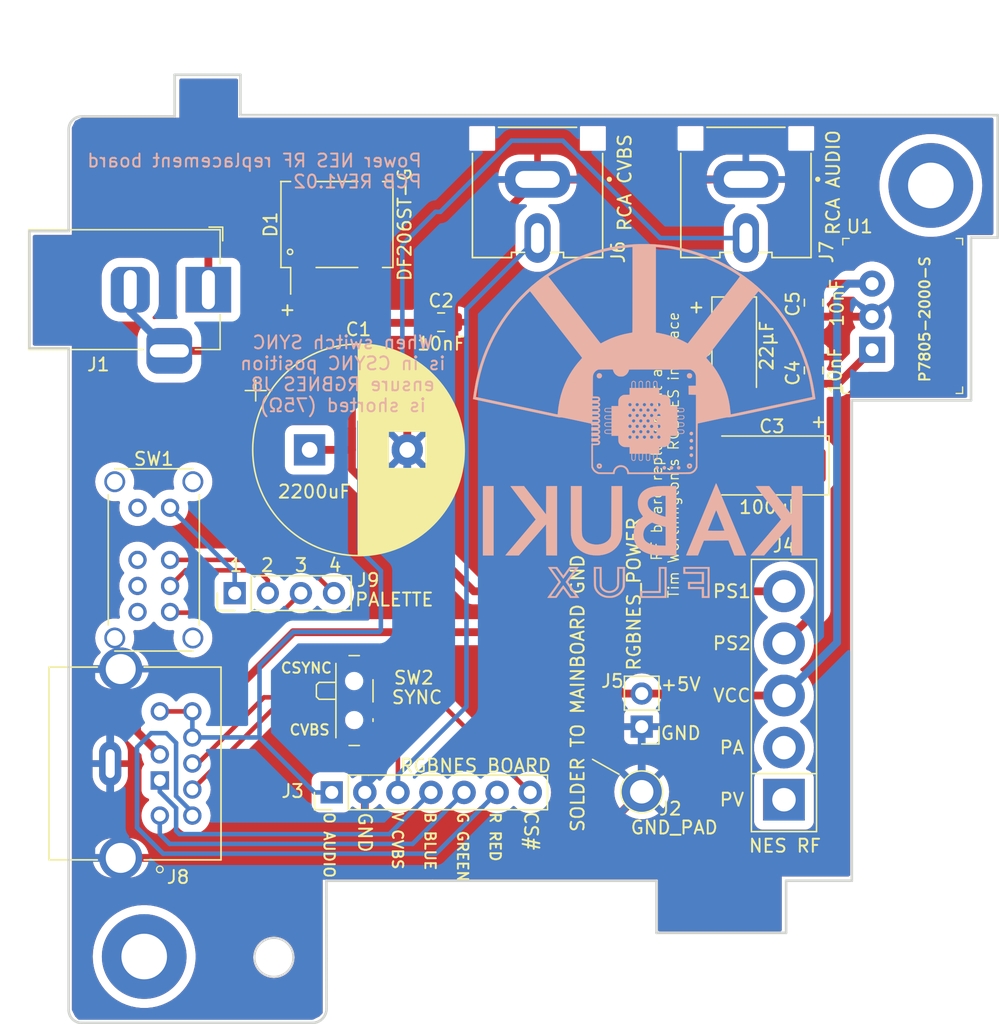
<source format=kicad_pcb>
(kicad_pcb (version 20221018) (generator pcbnew)
  (title_block (title "NES IO Board ") (date "2022-07-09") (rev "1.02") (company "KabukiFlux") (comment 1 "for TW RGBNES pcb") (comment 2 "R"))
  (layers (0 "F.Cu" mixed) (31 "B.Cu" signal) (34 "B.Paste" user) (35 "F.Paste" user) (36 "B.SilkS" user "B.Silkscreen") (37 "F.SilkS" user "F.Silkscreen") (38 "B.Mask" user) (39 "F.Mask" user) (44 "Edge.Cuts" user))
  (net 0 "")
  (net 1 "GND")
  (net 2 "PS1")
  (net 3 "PS2")
  (net 4 "+5V")
  (net 5 "CS#SYNC")
  (net 6 "RED")
  (net 7 "GREEN")
  (net 8 "BLUE")
  (net 9 "CVBS")
  (net 10 "AUDIO_MONO")
  (net 12 "/AC_SLEEVE")
  (net 13 "/AC_PIN")
  (net 15 "SCART_SYNC")
  (net 16 "/PALETTE_1")
  (net 17 "/PALETTE_2")
  (net 18 "/PALETTE_3")
  (net 19 "/PALETTE_4")
  (footprint "Capacitor_THT:CP_Radial_D16.0mm_P7.50mm" (layer "F.Cu") (at 143.5 96)
    (fp_text reference "C1" (at 3.75 -9.25) (layer "F.SilkS"))
    (fp_text value "2200uF" (at 0.363 3.211) (layer "F.SilkS"))
    (pad "1" thru_hole rect locked (at 0 0) (size 2.4 2.4) (drill 1.2) (layers "*.Cu" "*.Mask") (net 2 "PS1"))
    (pad "2" thru_hole circle locked (at 7.5 0) (size 2.4 2.4) (drill 1.2) (layers "*.Cu" "*.Mask") (net 1 "GND"))
  )
  (footprint "Capacitor_SMD:C_0805_2012Metric_Pad1.15x1.40mm_HandSolder" (layer "F.Cu") (at 153.6 86.2)
    (fp_text reference "C2" (at 0 -1.65) (layer "F.SilkS"))
    (fp_text value "10nF" (at 0 1.65) (layer "F.SilkS"))
    (pad "1" smd roundrect (at -1.025 0) (size 1.15 1.4) (layers "F.Cu" "F.Paste" "F.Mask") (roundrect_rratio 0.2173913043) (net 2 "PS1"))
    (pad "2" smd roundrect (at 1.025 0) (size 1.15 1.4) (layers "F.Cu" "F.Paste" "F.Mask") (roundrect_rratio 0.2173913043) (net 1 "GND"))
  )
  (footprint "Capacitor_Tantalum_SMD:CP_EIA-7343-43_Kemet-X_Pad2.25x2.55mm_HandSolder" (layer "F.Cu") (at 178.8 97.2 180)
    (fp_text reference "C3" (at -0.2 3) (layer "F.SilkS"))
    (fp_text value "100uF" (at 0 -3.2) (layer "F.SilkS"))
    (pad "1" smd roundrect (at -3.2 0 180) (size 2.25 2.55) (layers "F.Cu" "F.Paste" "F.Mask") (roundrect_rratio 0.1111111111) (net 3 "PS2"))
    (pad "2" smd roundrect (at 3.2 0 180) (size 2.25 2.55) (layers "F.Cu" "F.Paste" "F.Mask") (roundrect_rratio 0.1111111111) (net 1 "GND"))
  )
  (footprint "Capacitor_SMD:C_0805_2012Metric_Pad1.15x1.40mm_HandSolder" (layer "F.Cu") (at 182.2 89.9 90)
    (fp_text reference "C4" (at -0.2 -1.6 90) (layer "F.SilkS"))
    (fp_text value "10nF" (at 0 1.65 90) (layer "F.SilkS"))
    (pad "1" smd roundrect (at -1.025 0 90) (size 1.15 1.4) (layers "F.Cu" "F.Paste" "F.Mask") (roundrect_rratio 0.2173913043) (net 3 "PS2"))
    (pad "2" smd roundrect (at 1.025 0 90) (size 1.15 1.4) (layers "F.Cu" "F.Paste" "F.Mask") (roundrect_rratio 0.2173913043) (net 1 "GND"))
  )
  (footprint "Capacitor_SMD:C_0805_2012Metric_Pad1.15x1.40mm_HandSolder" (layer "F.Cu") (at 182.2 84.7 -90)
    (fp_text reference "C5" (at 0.1 1.6 90) (layer "F.SilkS"))
    (fp_text value "10nF" (at 0 -1.8 90) (layer "F.SilkS"))
    (pad "1" smd roundrect (at -1.025 0 270) (size 1.15 1.4) (layers "F.Cu" "F.Paste" "F.Mask") (roundrect_rratio 0.2173913043) (net 4 "+5V"))
    (pad "2" smd roundrect (at 1.025 0 270) (size 1.15 1.4) (layers "F.Cu" "F.Paste" "F.Mask") (roundrect_rratio 0.2173913043) (net 1 "GND"))
  )
  (footprint "Capacitor_Tantalum_SMD:CP_EIA-6032-28_Kemet-C_Pad2.25x2.35mm_HandSolder" (layer "F.Cu") (at 176.1 88.2 -90)
    (fp_text reference "C6" (at -0.2 2.3 90) (layer "F.SilkS"))
    (fp_text value "22μF" (at -0.2 -2.5 90) (layer "F.SilkS"))
    (pad "1" smd roundrect (at -2.55 0 270) (size 2.25 2.35) (layers "F.Cu" "F.Paste" "F.Mask") (roundrect_rratio 0.1111111111) (net 4 "+5V"))
    (pad "2" smd roundrect (at 2.55 0 270) (size 2.25 2.35) (layers "F.Cu" "F.Paste" "F.Mask") (roundrect_rratio 0.1111111111) (net 1 "GND"))
  )
  (footprint "Diode_SMD:Diode_Bridge_Vishay_DFS" (layer "F.Cu") (at 145.6 78.7 90)
    (fp_text reference "D1" (at 0 -5.1 90) (layer "F.SilkS"))
    (fp_text value "DF206ST-G" (at 0 5.2 90) (layer "F.SilkS"))
    (pad "1" smd rect (at -4.37 -2.55 90) (size 2 1.5) (layers "F.Cu" "F.Paste" "F.Mask") (net 2 "PS1"))
    (pad "2" smd rect (at -4.37 2.55 90) (size 2 1.5) (layers "F.Cu" "F.Paste" "F.Mask") (net 1 "GND"))
    (pad "3" smd rect (at 4.37 2.55 90) (size 2 1.5) (layers "F.Cu" "F.Paste" "F.Mask") (net 12 "/AC_SLEEVE"))
    (pad "4" smd rect (at 4.37 -2.55 90) (size 2 1.5) (layers "F.Cu" "F.Paste" "F.Mask") (net 13 "/AC_PIN"))
  )
  (footprint "Nes_xieles_footprints:BarrelJack_NES" (layer "F.Cu") (at 135.728 83.7)
    (fp_text reference "J1" (at -8.45 5.75) (layer "F.SilkS"))
    (fp_text value "PJ-102BH")
    (pad "1" thru_hole rect locked (at 0 0) (size 3.5 3.5) (drill oval 1 3) (layers "*.Cu" "*.Mask") (net 13 "/AC_PIN"))
    (pad "2" thru_hole roundrect locked (at -6 0) (size 3 3.5) (drill oval 1 3) (layers "*.Cu" "*.Mask") (net 12 "/AC_SLEEVE"))
    (pad "3" thru_hole roundrect locked (at -3 4.7) (size 3.5 3.5) (drill oval 3 1) (layers "*.Cu" "*.Mask") (net 12 "/AC_SLEEVE"))
  )
  (footprint "Connector_Pin:Pin_D1.3mm_L11.0mm" (layer "F.Cu") (at 169 122.25)
    (fp_text reference "J2" (at 2.2 1.3) (layer "F.SilkS"))
    (fp_text value "GND_PAD" (at 2.5 2.75) (layer "F.SilkS"))
    (pad "1" thru_hole circle (at 0 0) (size 3.2 3.2) (drill 1.8) (layers "*.Cu" "*.Mask") (net 1 "GND"))
  )
  (footprint "Nes_xieles_footprints:CONN_NESRGB_TW" (layer "F.Cu") (at 145.2 122.3 90)
    (fp_text reference "J3" (at 0.1 -3) (layer "F.SilkS"))
    (fp_text value "Conn_NESRGB_TW")
    (pad "1" thru_hole rect (at 0 0 90) (size 1.7 1.7) (drill 1) (layers "*.Cu" "*.Mask") (net 10 "AUDIO_MONO"))
    (pad "2" thru_hole oval (at 0 2.54 90) (size 1.8 1.8) (drill 1) (layers "*.Cu" "*.Mask") (net 1 "GND"))
    (pad "3" thru_hole oval (at 0 5.08 90) (size 1.8 1.8) (drill 1) (layers "*.Cu" "*.Mask") (net 9 "CVBS"))
    (pad "4" thru_hole oval (at 0 7.62 90) (size 1.8 1.8) (drill 1) (layers "*.Cu" "*.Mask") (net 8 "BLUE"))
    (pad "5" thru_hole oval (at 0 10.16 90) (size 1.8 1.8) (drill 1) (layers "*.Cu" "*.Mask") (net 7 "GREEN"))
    (pad "6" thru_hole oval (at 0 12.7 90) (size 1.8 1.8) (drill 1) (layers "*.Cu" "*.Mask") (net 6 "RED"))
    (pad "7" thru_hole oval (at 0 15.24 90) (size 1.8 1.8) (drill 1) (layers "*.Cu" "*.Mask") (net 5 "CS#SYNC"))
  )
  (footprint "Nes_xieles_footprints:RF_CONN_NES" (layer "F.Cu") (at 179.924 114.861)
    (fp_text reference "J4" (at 0 -11.5) (layer "F.SilkS"))
    (fp_text value "Conn_NES_RF")
    (fp_text user "PS2" (at -4 -4) (layer "F.SilkS"))
    (fp_text user "PV" (at -4 8) (layer "F.SilkS"))
    (fp_text user "PA" (at -4 4) (layer "F.SilkS"))
    (fp_text user "VCC" (at -4 0) (layer "F.SilkS"))
    (fp_text user "PS1" (at -4 -8) (layer "F.SilkS"))
    (pad "1" thru_hole rect locked (at 0 8 90) (size 3.2 3.2) (drill 1.8) (layers "*.Cu" "*.Mask"))
    (pad "2" thru_hole circle locked (at 0 4 90) (size 3.2 3.2) (drill 1.8) (layers "*.Cu" "*.Mask"))
    (pad "3" thru_hole circle locked (at 0 0 90) (size 3.2 3.2) (drill 1.8) (layers "*.Cu" "*.Mask") (net 4 "+5V"))
    (pad "4" thru_hole circle locked (at 0 -4 90) (size 3.2 3.2) (drill 1.8) (layers "*.Cu" "*.Mask") (net 3 "PS2"))
    (pad "5" thru_hole circle locked (at 0 -8 90) (size 3.2 3.2) (drill 1.8) (layers "*.Cu" "*.Mask") (net 2 "PS1"))
  )
  (footprint "Connector_PinHeader_2.54mm:PinHeader_1x02_P2.54mm_Vertical" (layer "F.Cu") (at 169 117.25 180)
    (fp_text reference "J5" (at 2.25 3.5) (layer "F.SilkS"))
    (fp_text value "RGBNES_POWER" (at 0.598 10.189 90) (layer "F.SilkS"))
    (pad "1" thru_hole rect (at 0 0 180) (size 1.7 1.7) (drill 1) (layers "*.Cu" "*.Mask") (net 1 "GND"))
    (pad "2" thru_hole oval (at 0 2.54 180) (size 1.7 1.7) (drill 1) (layers "*.Cu" "*.Mask") (net 4 "+5V"))
  )
  (footprint "Nes_xieles_footprints:CUI_RCJ-043" (layer "F.Cu") (at 161.001 71.237 90)
    (fp_text reference "J6" (at -9.578 6.188 90) (layer "F.SilkS"))
    (fp_text value "RCA CVBS" (at -4.244 6.696 90) (layer "F.SilkS"))
    (fp_line (start -1.7 -5.15) (end -1.7 -3.35) (stroke (width 0.0001)) (layer "Edge.Cuts"))
    (fp_line (start -1.7 -3.35) (end 0 -3.35) (stroke (width 0.0001)) (layer "Edge.Cuts"))
    (fp_line (start -1.7 3.35) (end -1.7 5.15) (stroke (width 0.0001)) (layer "Edge.Cuts"))
    (fp_line (start -1.7 5.15) (end 0 5.15) (stroke (width 0.0001)) (layer "Edge.Cuts"))
    (fp_line (start 0 -5.15) (end -1.7 -5.15) (stroke (width 0.0001)) (layer "Edge.Cuts"))
    (fp_line (start 0 -3.35) (end 0 -5.15) (stroke (width 0.0001)) (layer "Edge.Cuts"))
    (fp_line (start 0 3.35) (end -1.7 3.35) (stroke (width 0.0001)) (layer "Edge.Cuts"))
    (fp_line (start 0 5.15) (end 0 3.35) (stroke (width 0.0001)) (layer "Edge.Cuts"))
    (pad "1" thru_hole roundrect locked (at -8.5 0 270) (size 3.8 2) (drill oval 2.3 1) (layers "*.Cu" "*.Mask") (roundrect_rratio 0.5) (net 9 "CVBS"))
    (pad "2" thru_hole roundrect locked (at -4 0 180) (size 5 2.8) (drill oval 3.4 1.3) (layers "*.Cu" "*.Mask") (roundrect_rratio 0.417) (net 1 "GND"))
  )
  (footprint "Nes_xieles_footprints:CUI_RCJ-043" (layer "F.Cu") (at 177.003 71.237 90)
    (fp_text reference "J7" (at -9.578 6.188 90) (layer "F.SilkS"))
    (fp_text value "RCA AUDIO" (at -4.244 6.696 90) (layer "F.SilkS"))
    (fp_line (start -1.7 -5.15) (end -1.7 -3.35) (stroke (width 0.0001)) (layer "Edge.Cuts"))
    (fp_line (start -1.7 -3.35) (end 0 -3.35) (stroke (width 0.0001)) (layer "Edge.Cuts"))
    (fp_line (start -1.7 3.35) (end -1.7 5.15) (stroke (width 0.0001)) (layer "Edge.Cuts"))
    (fp_line (start -1.7 5.15) (end 0 5.15) (stroke (width 0.0001)) (layer "Edge.Cuts"))
    (fp_line (start 0 -5.15) (end -1.7 -5.15) (stroke (width 0.0001)) (layer "Edge.Cuts"))
    (fp_line (start 0 -3.35) (end 0 -5.15) (stroke (width 0.0001)) (layer "Edge.Cuts"))
    (fp_line (start 0 3.35) (end -1.7 3.35) (stroke (width 0.0001)) (layer "Edge.Cuts"))
    (fp_line (start 0 5.15) (end 0 3.35) (stroke (width 0.0001)) (layer "Edge.Cuts"))
    (pad "1" thru_hole roundrect locked (at -8.5 0 270) (size 3.8 2) (drill oval 2.3 1) (layers "*.Cu" "*.Mask") (roundrect_rratio 0.5) (net 10 "AUDIO_MONO"))
    (pad "2" thru_hole roundrect locked (at -4 0 180) (size 5 2.8) (drill oval 3.4 1.3) (layers "*.Cu" "*.Mask") (roundrect_rratio 0.417) (net 1 "GND"))
  )
  (footprint "Nes_xieles_footprints:CUI_MD-90SM" (layer "F.Cu") (at 128.197 120.079 90)
    (fp_text reference "J8" (at -8.721 5.203 180) (layer "F.SilkS") (effects (font (size 1.000677 1.000677))))
    (fp_text value "MD-90SM")
    (pad "1" thru_hole rect locked (at -1.3 3.8 90) (size 1.408 1.408) (drill 0.9) (layers "*.Cu" "*.Mask") (net 8 "BLUE"))
    (pad "2" thru_hole circle locked (at 0.7 3.8 90) (size 1.408 1.408) (drill 0.9) (layers "*.Cu" "*.Mask") (net 4 "+5V"))
    (pad "3" thru_hole circle locked (at -4 3.8 90) (size 1.408 1.408) (drill 0.9) (layers "*.Cu" "*.Mask") (net 7 "GREEN"))
    (pad "4" thru_hole circle locked (at -2 6.3 90) (size 1.408 1.408) (drill 0.9) (layers "*.Cu" "*.Mask") (net 15 "SCART_SYNC"))
    (pad "5" thru_hole circle locked (at 0 6.3 90) (size 1.408 1.408) (drill 0.9) (layers "*.Cu" "*.Mask") (net 5 "CS#SYNC"))
    (pad "6" thru_hole circle locked (at 4 3.8 90) (size 1.408 1.408) (drill 0.9) (layers "*.Cu" "*.Mask") (net 10 "AUDIO_MONO"))
    (pad "7" thru_hole circle locked (at -4 6.3 90) (size 1.408 1.408) (drill 0.9) (layers "*.Cu" "*.Mask") (net 6 "RED"))
    (pad "8" thru_hole circle locked (at 2 6.3 90) (size 1.408 1.408) (drill 0.9) (layers "*.Cu" "*.Mask") (net 10 "AUDIO_MONO"))
    (pad "9" thru_hole circle locked (at 4 6.3 90) (size 1.408 1.408) (drill 0.9) (layers "*.Cu" "*.Mask") (net 10 "AUDIO_MONO"))
    (pad "S1" thru_hole oval locked (at -0.01 -0.01 90) (size 3.4 1.7) (drill oval 2.2 0.7) (layers "*.Cu" "*.Mask") (net 1 "GND"))
    (pad "S2" thru_hole circle locked (at -7.25 0.8 90) (size 3.316 3.316) (drill 2.3) (layers "*.Cu" "*.Mask") (net 1 "GND"))
    (pad "S3" thru_hole circle locked (at 7.25 0.8 90) (size 3.316 3.316) (drill 2.3) (layers "*.Cu" "*.Mask") (net 1 "GND"))
  )
  (footprint "Connector_PinHeader_2.54mm:PinHeader_1x04_P2.54mm_Vertical" (layer "F.Cu") (at 137.75 107 90)
    (fp_text reference "J9" (at 1 10.25 180) (layer "F.SilkS"))
    (fp_text value "Conn_Palette")
    (pad "1" thru_hole rect (at 0 0 90) (size 1.7 1.7) (drill 1) (layers "*.Cu" "*.Mask") (net 16 "/PALETTE_1"))
    (pad "2" thru_hole oval (at 0 2.54 90) (size 1.7 1.7) (drill 1) (layers "*.Cu" "*.Mask") (net 17 "/PALETTE_2"))
    (pad "3" thru_hole oval (at 0 5.08 90) (size 1.7 1.7) (drill 1) (layers "*.Cu" "*.Mask") (net 18 "/PALETTE_3"))
    (pad "4" thru_hole oval (at 0 7.62 90) (size 1.7 1.7) (drill 1) (layers "*.Cu" "*.Mask") (net 19 "/PALETTE_4"))
  )
  (footprint "Nes_xieles_footprints:EG2319" (layer "F.Cu") (at 131.537 104.447)
    (fp_text reference "SW1" (at 0 -7.75) (layer "F.SilkS"))
    (fp_text value "EG2319")
    (pad "" np_thru_hole circle locked (at -3 -6 270) (size 1.6 1.6) (drill 1.2) (layers "*.Cu" "*.Mask"))
    (pad "" np_thru_hole oval locked (at -3 6 90) (size 1.6 1.6) (drill 1.2) (layers "*.Cu" "*.Mask"))
    (pad "" np_thru_hole oval locked (at 3 -6 270) (size 1.6 1.6) (drill 1.2) (layers "*.Cu" "*.Mask"))
    (pad "" np_thru_hole oval locked (at 3 6 90) (size 1.6 1.6) (drill 1.2) (layers "*.Cu" "*.Mask"))
    (pad "1" thru_hole circle locked (at -1.25 -4 270) (size 1.4 1.4) (drill 0.9) (layers "*.Cu" "*.Mask"))
    (pad "2" thru_hole circle locked (at -1.25 0 270) (size 1.4 1.4) (drill 0.9) (layers "*.Cu" "*.Mask"))
    (pad "3" thru_hole circle locked (at -1.25 2 270) (size 1.4 1.4) (drill 0.9) (layers "*.Cu" "*.Mask"))
    (pad "4" thru_hole circle locked (at -1.25 4 270) (size 1.4 1.4) (drill 0.9) (layers "*.Cu" "*.Mask"))
    (pad "5" thru_hole circle locked (at 1.25 -4 270) (size 1.4 1.4) (drill 0.9) (layers "*.Cu" "*.Mask") (net 16 "/PALETTE_1"))
    (pad "6" thru_hole circle locked (at 1.25 0 270) (size 1.4 1.4) (drill 0.9) (layers "*.Cu" "*.Mask") (net 19 "/PALETTE_4"))
    (pad "7" thru_hole circle locked (at 1.25 2 270) (size 1.4 1.4) (drill 0.9) (layers "*.Cu" "*.Mask") (net 17 "/PALETTE_2"))
    (pad "8" thru_hole circle locked (at 1.25 4 270) (size 1.4 1.4) (drill 0.9) (layers "*.Cu" "*.Mask") (net 18 "/PALETTE_3"))
  )
  (footprint "Nes_xieles_footprints:3-SIP_Module_V7805-2000" (layer "F.Cu") (at 186.69 88.318 90)
    (fp_text reference "U1" (at 9.468 -0.95) (layer "F.SilkS"))
    (fp_text value "P7805-2000-S" (at 2.35 4.05 90) (layer "F.SilkS") (effects (font (size 0.8 0.8))))
    (pad "1" thru_hole rect (at 0 0 90) (size 2 2) (drill 1) (layers "*.Cu" "*.Mask") (net 3 "PS2"))
    (pad "2" thru_hole circle (at 2.54 0 90) (size 2 2) (drill 1) (layers "*.Cu" "*.Mask") (net 1 "GND"))
    (pad "3" thru_hole circle (at 5.08 0 90) (size 2 2) (drill 1) (layers "*.Cu" "*.Mask") (net 4 "+5V"))
  )
  (footprint "MountingHole:MountingHole_3.5mm_Pad" (layer "F.Cu") (at 130.8 134.9)
    (fp_text reference "MH1" hide)
    (fp_text value "MountingHole_3.5mm_Pad" hide)
    (pad "1" thru_hole circle (at 0 0) (size 6.5 6.5) (drill 3.5) (layers "*.Cu" "*.Mask"))
  )
  (footprint "MountingHole:MountingHole_3.5mm_Pad" (layer "F.Cu") (at 191.2 75.7)
    (fp_text reference "MH2" hide)
    (fp_text value "MountingHole_3.5mm_Pad" hide)
    (pad "1" thru_hole circle (at 0 0) (size 6.5 6.5) (drill 3.5) (layers "*.Cu" "*.Mask"))
  )
  (footprint "Button_Switch_SMD:SW_SPDT_PCM12" (layer "F.Cu") (at 147.25 115.25 -90)
    (fp_text reference "SW2" (at -1.75 -4.25 180) (layer "F.SilkS"))
    (fp_text value "SYNC" (at -0.25 -4.5 180) (layer "F.SilkS"))
    (pad "" smd rect (at -3.65 -0.78 270) (size 1 0.8) (layers "F.Cu" "F.Paste" "F.Mask"))
    (pad "" smd rect (at -3.65 1.43 270) (size 1 0.8) (layers "F.Cu" "F.Paste" "F.Mask"))
    (pad "" np_thru_hole circle (at -1.5 0.33 270) (size 0.9 0.9) (drill 0.9) (layers "*.Cu" "*.Mask"))
    (pad "" np_thru_hole circle (at 1.5 0.33 270) (size 0.9 0.9) (drill 0.9) (layers "*.Cu" "*.Mask"))
    (pad "" smd rect (at 3.65 -0.78 270) (size 1 0.8) (layers "F.Cu" "F.Paste" "F.Mask"))
    (pad "" smd rect (at 3.65 1.43 270) (size 1 0.8) (layers "F.Cu" "F.Paste" "F.Mask"))
    (pad "1" smd rect (at -2.25 -1.43 270) (size 0.7 1.5) (layers "F.Cu" "F.Paste" "F.Mask") (net 5 "CS#SYNC"))
    (pad "2" smd rect (at 0.75 -1.43 270) (size 0.7 1.5) (layers "F.Cu" "F.Paste" "F.Mask") (net 15 "SCART_SYNC"))
    (pad "3" smd rect (at 2.25 -1.43 270) (size 0.7 1.5) (layers "F.Cu" "F.Paste" "F.Mask") (net 9 "CVBS"))
  )
  (footprint "Nes_xieles_footprints:LogoKabuki" (layer "B.Cu") (at 168.91 93.98 180)
    (fp_text reference "G***" hide)
    (fp_text value "LOGO" hide)
  )
  (gr_line (start 165.227 119.761) (end 167.259 120.904) (stroke (width 0.12)) (layer "F.SilkS"))
  (gr_circle (center 142 80.8) (end 142.2 80.8) (stroke (width 0.12)) (fill none) (layer "F.SilkS"))
  (gr_line (start 170.1372 133.0816) (end 180.0872 133.0816) (stroke (width 0.2)) (layer "Edge.Cuts"))
  (gr_line (start 170.1372 133.0816) (end 170.1372 129.0816) (stroke (width 0.2)) (layer "Edge.Cuts"))
  (gr_line (start 185.1372 92.2016) (end 194.2872 92.2016) (stroke (width 0.2)) (layer "Edge.Cuts"))
  (gr_line (start 121.9872 88.2016) (end 121.9872 79.2016) (stroke (width 0.2)) (layer "Edge.Cuts"))
  (gr_line (start 194.2872 79.7016) (end 196.3372 79.7016) (stroke (width 0.2)) (layer "Edge.Cuts"))
  (gr_line (start 133.1372 67.2016) (end 138.1872 67.2016) (stroke (width 0.2)) (layer "Edge.Cuts"))
  (gr_line (start 180.0872 133.0816) (end 180.0872 129.0816) (stroke (width 0.2)) (layer "Edge.Cuts"))
  (gr_line (start 138.1872 70.3016) (end 196.3372 70.3016) (stroke (width 0.2)) (layer "Edge.Cuts"))
  (gr_line (start 185.1372 129.0816) (end 185.1372 92.2016) (stroke (width 0.2)) (layer "Edge.Cuts"))
  (gr_line (start 180.0872 129.0816) (end 185.1372 129.0816) (stroke (width 0.2)) (layer "Edge.Cuts"))
  (gr_line (start 144.7872 129.0816) (end 152.94345 129.0816) (stroke (width 0.2)) (layer "Edge.Cuts"))
  (gr_line (start 138.1872 70.3016) (end 138.1872 67.2016) (stroke (width 0.2)) (layer "Edge.Cuts"))
  (gr_circle (center 140.7572 134.9651) (end 142.245053 134.9651) (stroke (width 0.15)) (fill none) (layer "Edge.Cuts"))
  (gr_line (start 133.1372 70.4016) (end 133.1372 67.2016) (stroke (width 0.2)) (layer "Edge.Cuts"))
  (gr_line (start 121.9872 88.2016) (end 125 88.2) (stroke (width 0.2)) (layer "Edge.Cuts"))
  (gr_line (start 194.2872 92.2016) (end 194.2872 79.7016) (stroke (width 0.2)) (layer "Edge.Cuts"))
  (gr_line (start 196.3372 79.7016) (end 196.3372 70.3016) (stroke (width 0.2)) (layer "Edge.Cuts"))
  (gr_line (start 121.9872 79.2016) (end 125 79.2) (stroke (width 0.2)) (layer "Edge.Cuts"))
  (gr_line (start 152.94345 129.0816) (end 170.1372 129.0816) (stroke (width 0.2)) (layer "Edge.Cuts"))
  (gr_line (start 126 140) (end 143.7 140) (stroke (width 0.2)) (layer "Edge.Cuts"))
  (gr_line (start 126 70.4) (end 133.1372 70.4016) (stroke (width 0.2)) (layer "Edge.Cuts"))
  (gr_arc (start 125 71.4) (mid 125.292893 70.692893) (end 126 70.4) (stroke (width 0.2)) (layer "Edge.Cuts"))
  (gr_line (start 125 139) (end 125 88.2) (stroke (width 0.2)) (layer "Edge.Cuts"))
  (gr_arc (start 144.8 138.9) (mid 144.477817 139.677817) (end 143.7 140) (stroke (width 0.2)) (layer "Edge.Cuts"))
  (gr_line (start 144.8 138.9) (end 144.7872 129.0816) (stroke (width 0.2)) (layer "Edge.Cuts"))
  (gr_line (start 125 71.4) (end 125 79.2) (stroke (width 0.2)) (layer "Edge.Cuts"))
  (gr_arc (start 126 140) (mid 125.292893 139.707107) (end 125 139) (stroke (width 0.2)) (layer "Edge.Cuts"))
  (gr_text "Power NES RF replacement board\nPCB REV1.02" (at 152.2 74.6) (layer "B.SilkS") (effects (font (size 1 1)) (justify left mirror)))
  (gr_text "When switch SYNC\nis in CSYNC position\nensure RGBNES J8\nis shorted (75Ω)" (at 146.05 90.17) (layer "B.SilkS") (effects (font (size 1 1)) (justify mirror)))
  (gr_text "CVBS" (at 143.5 117.5) (layer "F.SilkS") (effects (font (size 0.8 0.8))))
  (gr_text "G GREEN" (at 155.25 123.75 270) (layer "F.SilkS") (effects (font (size 0.8 0.8)) (justify left)))
  (gr_text "B BLUE" (at 152.75 123.75 270) (layer "F.SilkS") (effects (font (size 0.8 0.8)) (justify left)))
  (gr_text "GND" (at 172 117.75) (layer "F.SilkS") (effects (font (size 1 1))))
  (gr_text "2" (at 140.25 104.85) (layer "F.SilkS") (effects (font (size 1 1))))
  (gr_text "CSYNC" (at 143.25 112.75) (layer "F.SilkS") (effects (font (size 0.8 0.8))))
  (gr_text "RF board replacement and\nTim Worthington's RGBNES interface" (at 170.8 96.4 90) (layer "F.SilkS") (effects (font (size 0.8 0.8) (thickness 0.1))))
  (gr_text "+" (at 173.2 85) (layer "F.SilkS") (effects (font (size 1 1))))
  (gr_text "+" (at 182.6 93.8) (layer "F.SilkS") (effects (font (size 1 1))))
  (gr_text "NES RF" (at 180 126.4) (layer "F.SilkS") (effects (font (size 1 1))))
  (gr_text "V CVBS" (at 150.25 123.75 270) (layer "F.SilkS") (effects (font (size 0.8 0.8)) (justify left)))
  (gr_text "CS#" (at 160.5 125.25 270) (layer "F.SilkS") (effects (font (size 1 1))))
  (gr_text "R RED" (at 157.75 123.75 270) (layer "F.SilkS") (effects (font (size 0.8 0.8)) (justify left)))
  (gr_text "RGBNES BOARD" (at 156.25 120.25) (layer "F.SilkS") (effects (font (size 1 1))))
  (gr_text "+" (at 141.8 85.2) (layer "F.SilkS") (effects (font (size 1 1))))
  (gr_text "+5V" (at 172 114) (layer "F.SilkS") (effects (font (size 1 1))))
  (gr_text "4" (at 145.45 104.85) (layer "F.SilkS") (effects (font (size 1 1))))
  (gr_text "3" (at 142.85 104.85) (layer "F.SilkS") (effects (font (size 1 1))))
  (gr_text "O AUDIO" (at 145 123.75 270) (layer "F.SilkS") (effects (font (size 0.8 0.8)) (justify left)))
  (gr_text "1" (at 137.85 104.85) (layer "F.SilkS") (effects (font (size 1 1))))
  (gr_text "SOLDER TO MAINBOARD GND" (at 164.084 114.681 90) (layer "F.SilkS") (effects (font (size 1 1))))
  (gr_text "GND" (at 147.75 123.75 270) (layer "F.SilkS") (effects (font (size 1 1)) (justify left)))
  (gr_text "PALETTE" (at 150 107.5) (layer "F.SilkS") (effects (font (size 1 1))))
  (segment (start 148.75 127.25) (end 147.74 126.24) (width 0.6) (layer "F.Cu") (net 1))
  (segment (start 149.5003 83.07) (end 148.15 83.07) (width 0.6) (layer "F.Cu") (net 1))
  (segment (start 169 122.25) (end 164 127.25) (width 0.6) (layer "F.Cu") (net 1))
  (segment (start 176.1 90.75) (end 175 90.75) (width 0.6) (layer "F.Cu") (net 1))
  (segment (start 154.5815 86.1565) (end 154.5815 81.6565) (width 0.6) (layer "F.Cu") (net 1))
  (segment (start 147.74 126.24) (end 147.74 123.7503) (width 0.6) (layer "F.Cu") (net 1))
  (segment (start 164 127.25) (end 148.75 127.25) (width 0.6) (layer "F.Cu") (net 1))
  (segment (start 161.014 75.25) (end 174.25 75.25) (width 0.6) (layer "F.Cu") (net 1))
  (segment (start 182.2 85.778) (end 186.69 85.778) (width 0.6) (layer "F.Cu") (net 1))
  (segment (start 152.82 83.07) (end 149.5003 83.07) (width 0.6) (layer "F.Cu") (net 1))
  (segment (start 180.625 88.875) (end 182.2 88.875) (width 0.6) (layer "F.Cu") (net 1))
  (segment (start 154.625 86.2) (end 154.5815 86.1565) (width 0.6) (layer "F.Cu") (net 1))
  (segment (start 161.001 75.237) (end 161.014 75.25) (width 0.6) (layer "F.Cu") (net 1))
  (segment (start 175 90.75) (end 173.5 89.25) (width 0.6) (layer "F.Cu") (net 1))
  (segment (start 176.1 90.75) (end 178.75 90.75) (width 0.6) (layer "F.Cu") (net 1))
  (segment (start 176.1 96.7) (end 176.1 90.75) (width 0.6) (layer "F.Cu") (net 1))
  (segment (start 154.625 87.875) (end 154.625 86.2) (width 0.6) (layer "F.Cu") (net 1))
  (segment (start 147.74 126.24) (end 146.651 127.329) (width 0.6) (layer "F.Cu") (net 1))
  (segment (start 182.2 85.778) (end 182.2 85.725) (width 0.6) (layer "F.Cu") (net 1))
  (segment (start 146.651 127.329) (end 128.997 127.329) (width 0.6) (layer "F.Cu") (net 1))
  (segment (start 182.2 88.875) (end 182.2 85.778) (width 0.6) (layer "F.Cu") (net 1))
  (segment (start 178.75 90.75) (end 180.625 88.875) (width 0.6) (layer "F.Cu") (net 1))
  (segment (start 151 91.5) (end 154.625 87.875) (width 0.6) (layer "F.Cu") (net 1))
  (segment (start 154.5815 84.8315) (end 152.82 83.07) (width 0.6) (layer "F.Cu") (net 1))
  (segment (start 154.5815 81.6565) (end 161.001 75.237) (width 0.6) (layer "F.Cu") (net 1))
  (segment (start 173.5 89.25) (end 173.5 75.237) (width 0.6) (layer "F.Cu") (net 1))
  (segment (start 154.5815 86.1565) (end 154.5815 84.8315) (width 0.6) (layer "F.Cu") (net 1))
  (segment (start 151 96) (end 151 91.5) (width 0.6) (layer "F.Cu") (net 1))
  (segment (start 147.74 122.3) (end 147.74 123.7503) (width 0.6) (layer "F.Cu") (net 1))
  (segment (start 173.5 75.237) (end 177.003 75.237) (width 0.6) (layer "F.Cu") (net 1))
  (segment (start 175.6 97.2) (end 176.1 96.7) (width 0.6) (layer "F.Cu") (net 1))
  (segment (start 128.997 127.329) (end 126.7387 127.329) (width 0.6) (layer "B.Cu") (net 1))
  (segment (start 128.187 120.089) (end 128.187 117.7887) (width 0.6) (layer "B.Cu") (net 1))
  (segment (start 169 122.25) (end 169 117.25) (width 0.6) (layer "B.Cu") (net 1))
  (segment (start 147.74 121.76) (end 147.74 122.3) (width 0.6) (layer "B.Cu") (net 1))
  (segment (start 126.7387 116.3404) (end 126.7387 112.829) (width 0.6) (layer "B.Cu") (net 1))
  (segment (start 128.187 120.089) (end 128.187 122.3893) (width 0.6) (layer "B.Cu") (net 1))
  (segment (start 128.187 117.7887) (end 126.7387 116.3404) (width 0.6) (layer "B.Cu") (net 1))
  (segment (start 126.7387 127.329) (end 126.7387 123.8376) (width 0.6) (layer "B.Cu") (net 1))
  (segment (start 128.997 112.829) (end 126.7387 112.829) (width 0.6) (layer "B.Cu") (net 1))
  (segment (start 151 118.5) (end 147.74 121.76) (width 0.6) (layer "B.Cu") (net 1))
  (segment (start 151 96) (end 151 118.5) (width 0.6) (layer "B.Cu") (net 1))
  (segment (start 126.7387 123.8376) (end 128.187 122.3893) (width 0.6) (layer "B.Cu") (net 1))
  (segment (start 146.75 94.3598) (end 146.75 97.5) (width 0.6) (layer "F.Cu") (net 2))
  (segment (start 149.1055 86.25) (end 148.3429 87.0126) (width 0.6) (layer "F.Cu") (net 2))
  (segment (start 143.5 96) (end 146.75 96) (width 0.6) (layer "F.Cu") (net 2))
  (segment (start 156.111 106.861) (end 179.924 106.861) (width 0.6) (layer "F.Cu") (net 2))
  (segment (start 146.75 94.3598) (end 146.75 88.6055) (width 0.6) (layer "F.Cu") (net 2))
  (segment (start 146.75 96) (end 146.75 94.3598) (width 0.6) (layer "F.Cu") (net 2))
  (segment (start 143.05 83.07) (end 144.4003 83.07) (width 0.6) (layer "F.Cu") (net 2))
  (segment (start 152.525 86.25) (end 149.1055 86.25) (width 0.6) (layer "F.Cu") (net 2))
  (segment (start 148.3429 87.0126) (end 144.4003 83.07) (width 0.6) (layer "F.Cu") (net 2))
  (segment (start 152.575 86.2) (end 152.525 86.25) (width 0.6) (layer "F.Cu") (net 2))
  (segment (start 146.75 97.5) (end 156.111 106.861) (width 0.6) (layer "F.Cu") (net 2))
  (segment (start 146.75 88.6055) (end 148.3429 87.0126) (width 0.6) (layer "F.Cu") (net 2))
  (segment (start 179.924 110.861) (end 182.5 108.285) (width 0.6) (layer "F.Cu") (net 3))
  (segment (start 182.5 108.285) (end 182.5 97.7) (width 0.6) (layer "F.Cu") (net 3))
  (segment (start 182.2 97) (end 182.2 90.925) (width 0.6) (layer "F.Cu") (net 3))
  (segment (start 182.2 90.925) (end 184.083 90.925) (width 0.6) (layer "F.Cu") (net 3))
  (segment (start 184.083 90.925) (end 186.69 88.318) (width 0.6) (layer "F.Cu") (net 3))
  (segment (start 182 97.2) (end 182.2 97) (width 0.6) (layer "F.Cu") (net 3))
  (segment (start 182.5 97.7) (end 182 97.2) (width 0.6) (layer "F.Cu") (net 3))
  (segment (start 170.6013 114.861) (end 170.4503 114.71) (width 0.6) (layer "F.Cu") (net 4))
  (segment (start 178.075 83.675) (end 176.1 85.65) (width 0.6) (layer "F.Cu") (net 4))
  (segment (start 169 114.71) (end 170.4503 114.71) (width 0.6) (layer "F.Cu") (net 4))
  (segment (start 186.69 83.238) (end 182.637 83.238) (width 0.6) (layer "F.Cu") (net 4))
  (segment (start 162.8397 110) (end 142.25 110) (width 0.6) (layer "F.Cu") (net 4))
  (segment (start 179.924 114.861) (end 170.6013 114.861) (width 0.6) (layer "F.Cu") (net 4))
  (segment (start 169 114.71) (end 167.5497 114.71) (width 0.6) (layer "F.Cu") (net 4))
  (segment (start 130.25 117.632) (end 131.997 119.379) (width 0.6) (layer "F.Cu") (net 4))
  (segment (start 130.25 115.25) (end 130.25 117.632) (width 0.6) (layer "F.Cu") (net 4))
  (segment (start 167.5497 114.71) (end 162.8397 110) (width 0.6) (layer "F.Cu") (net 4))
  (segment (start 142.25 110) (end 138.25 114) (width 0.6) (layer "F.Cu") (net 4))
  (segment (start 138.25 114) (end 131.5 114) (width 0.6) (layer "F.Cu") (net 4))
  (segment (start 182.2 83.675) (end 178.075 83.675) (width 0.6) (layer "F.Cu") (net 4))
  (segment (start 131.5 114) (end 130.25 115.25) (width 0.6) (layer "F.Cu") (net 4))
  (segment (start 182.637 83.238) (end 182.2 83.675) (width 0.6) (layer "F.Cu") (net 4))
  (segment (start 184 84.1) (end 184.862 83.238) (width 0.6) (layer "B.Cu") (net 4))
  (segment (start 179.924 114.861) (end 184 110.785) (width 0.6) (layer "B.Cu") (net 4))
  (segment (start 184.862 83.238) (end 186.69 83.238) (width 0.6) (layer "B.Cu") (net 4))
  (segment (start 184 110.785) (end 184 84.1) (width 0.6) (layer "B.Cu") (net 4))
  (segment (start 134.921 120.079) (end 134.497 120.079) (width 0.35) (layer "F.Cu") (net 5))
  (segment (start 148.68 113) (end 148.75 113.07) (width 0.35) (layer "F.Cu") (net 5))
  (segment (start 160.44 122.3) (end 151.14 113) (width 0.35) (layer "F.Cu") (net 5))
  (segment (start 148.75 113.07) (end 148.75 114.5) (width 0.35) (layer "F.Cu") (net 5))
  (segment (start 140 115) (end 134.921 120.079) (width 0.35) (layer "F.Cu") (net 5))
  (segment (start 148.25 115) (end 140 115) (width 0.35) (layer "F.Cu") (net 5))
  (segment (start 151.14 113) (end 148.68 113) (width 0.35) (layer "F.Cu") (net 5))
  (segment (start 148.75 114.5) (end 148.25 115) (width 0.35) (layer "F.Cu") (net 5))
  (segment (start 133.247 122.577746) (end 134.497 123.827746) (width 0.35) (layer "B.Cu") (net 6))
  (segment (start 153.2 127) (end 132.25 127) (width 0.35) (layer "B.Cu") (net 6))
  (segment (start 132.5 117.75) (end 133.247 118.497) (width 0.35) (layer "B.Cu") (net 6))
  (segment (start 130.25 118.83195) (end 131.33195 117.75) (width 0.35) (layer "B.Cu") (net 6))
  (segment (start 157.9 122.3) (end 153.2 127) (width 0.35) (layer "B.Cu") (net 6))
  (segment (start 134.497 123.827746) (end 134.497 124.079) (width 0.35) (layer "B.Cu") (net 6))
  (segment (start 131.33195 117.75) (end 132.5 117.75) (width 0.35) (layer "B.Cu") (net 6))
  (segment (start 132.25 127) (end 130.25 125) (width 0.35) (layer "B.Cu") (net 6))
  (segment (start 130.25 125) (end 130.25 118.83195) (width 0.35) (layer "B.Cu") (net 6))
  (segment (start 133.247 118.497) (end 133.247 122.577746) (width 0.35) (layer "B.Cu") (net 6))
  (segment (start 155.36 122.3) (end 151.41 126.25) (width 0.35) (layer "B.Cu") (net 7))
  (segment (start 151.41 126.25) (end 132.75 126.25) (width 0.35) (layer "B.Cu") (net 7))
  (segment (start 132.75 126.25) (end 131.997 125.497) (width 0.35) (layer "B.Cu") (net 7))
  (segment (start 131.997 125.497) (end 131.997 124.079) (width 0.35) (layer "B.Cu") (net 7))
  (segment (start 149.62 125.5) (end 133.5 125.5) (width 0.35) (layer "B.Cu") (net 8))
  (segment (start 133.5 125.5) (end 133.25 125.25) (width 0.35) (layer "B.Cu") (net 8))
  (segment (start 133.25 123.5) (end 131.997 122.247) (width 0.35) (layer "B.Cu") (net 8))
  (segment (start 152.82 122.3) (end 149.62 125.5) (width 0.35) (layer "B.Cu") (net 8))
  (segment (start 133.25 125.25) (end 133.25 123.5) (width 0.35) (layer "B.Cu") (net 8))
  (segment (start 131.997 122.247) (end 131.997 121.379) (width 0.35) (layer "B.Cu") (net 8))
  (segment (start 148.68 117.5) (end 149.9053 117.5) (width 0.35) (layer "F.Cu") (net 9))
  (segment (start 150.28 122.3) (end 150.28 117.8747) (width 0.35) (layer "F.Cu") (net 9))
  (segment (start 150.28 117.8747) (end 149.9053 117.5) (width 0.35) (layer "F.Cu") (net 9))
  (segment (start 150.28 120.9747) (end 150.28 122.3) (width 0.35) (layer "B.Cu") (net 9))
  (segment (start 155.545 85.193) (end 155.545 115.7097) (width 0.35) (layer "B.Cu") (net 9))
  (segment (start 155.545 115.7097) (end 150.28 120.9747) (width 0.35) (layer "B.Cu") (net 9))
  (segment (start 161.001 79.737) (end 155.545 85.193) (width 0.35) (layer "B.Cu") (net 9))
  (segment (start 131.997 116.079) (end 134.497 116.079) (width 0.35) (layer "F.Cu") (net 10))
  (segment (start 153.162 77.724) (end 150.622 80.264) (width 0.35) (layer "B.Cu") (net 10))
  (segment (start 147.32 93.853) (end 147.32 103.632) (width 0.35) (layer "B.Cu") (net 10))
  (segment (start 159.004 72.263) (end 153.543 77.724) (width 0.35) (layer "B.Cu") (net 10))
  (segment (start 150.622 80.264) (end 150.622 90.551) (width 0.35) (layer "B.Cu") (net 10))
  (segment (start 162.941 72.263) (end 159.004 72.263) (width 0.35) (layer "B.Cu") (net 10))
  (segment (start 170.415 79.737) (end 162.941 72.263) (width 0.35) (layer "B.Cu") (net 10))
  (segment (start 153.543 77.724) (end 153.162 77.724) (width 0.35) (layer "B.Cu") (net 10))
  (segment (start 142.24 109.982) (end 139.6537 112.5683) (width 0.35) (layer "B.Cu") (net 10))
  (segment (start 139.6537 112.5683) (end 139.6537 118.079) (width 0.35) (layer "B.Cu") (net 10))
  (segment (start 150.622 90.551) (end 147.32 93.853) (width 0.35) (layer "B.Cu") (net 10))
  (segment (start 134.497 118.079) (end 139.6537 118.079) (width 0.35) (layer "B.Cu") (net 10))
  (segment (start 148.971 109.855) (end 148.844 109.982) (width 0.35) (layer "B.Cu") (net 10))
  (segment (start 145.2 122.3) (end 143.8747 122.3) (width 0.35) (layer "B.Cu") (net 10))
  (segment (start 148.844 109.982) (end 142.24 109.982) (width 0.35) (layer "B.Cu") (net 10))
  (segment (start 139.6537 118.079) (end 143.8747 122.3) (width 0.35) (layer "B.Cu") (net 10))
  (segment (start 148.971 105.283) (end 148.971 109.855) (width 0.35) (layer "B.Cu") (net 10))
  (segment (start 134.497 116.079) (end 134.497 118.079) (width 0.35) (layer "B.Cu") (net 10))
  (segment (start 147.32 103.632) (end 148.971 105.283) (width 0.35) (layer "B.Cu") (net 10))
  (segment (start 177.003 79.737) (end 170.415 79.737) (width 0.35) (layer "B.Cu") (net 10))
  (segment (start 139.2522 86.4978) (end 137.35 88.4) (width 0.6) (layer "F.Cu") (net 12))
  (segment (start 137.35 88.4) (end 132.728 88.4) (width 0.6) (layer "F.Cu") (net 12))
  (segment (start 142.405075 77.844925) (end 139.2522 80.9978) (width 0.6) (layer "F.Cu") (net 12))
  (segment (start 146.905075 77.844925) (end 142.405075 77.844925) (width 0.6) (layer "F.Cu") (net 12))
  (segment (start 148.15 74.33) (end 148.15 76.6) (width 0.6) (layer "F.Cu") (net 12))
  (segment (start 139.2522 80.9978) (end 139.2522 86.4978) (width 0.6) (layer "F.Cu") (net 12))
  (segment (start 148.15 76.6) (end 146.905075 77.844925) (width 0.6) (layer "F.Cu") (net 12))
  (segment (start 129.728 83.7) (end 129.728 85.4) (width 0.6) (layer "B.Cu") (net 12))
  (segment (start 129.728 85.4) (end 132.728 88.4) (width 0.6) (layer "B.Cu") (net 12))
  (segment (start 143.05 74.33) (end 141.67 74.33) (width 0.6) (layer "F.Cu") (net 13))
  (segment (start 141.67 74.33) (end 135.728 80.272) (width 0.6) (layer "F.Cu") (net 13))
  (segment (start 135.728 80.272) (end 135.728 83.7) (width 0.6) (layer "F.Cu") (net 13))
  (segment (start 148.68 115.93) (end 148.68 116) (width 0.35) (layer "F.Cu") (net 15))
  (segment (start 134.497 122.079) (end 140.925989 115.650011) (width 0.35) (layer "F.Cu") (net 15))
  (segment (start 140.925989 115.650011) (end 148.400011 115.650011) (width 0.35) (layer "F.Cu") (net 15))
  (segment (start 148.400011 115.650011) (end 148.68 115.93) (width 0.35) (layer "F.Cu") (net 15))
  (segment (start 137.75 107) (end 137.75 105.41) (width 0.35) (layer "B.Cu") (net 16))
  (segment (start 137.75 105.41) (end 132.787 100.447) (width 0.35) (layer "B.Cu") (net 16))
  (segment (start 139.52 105.25) (end 133.984 105.25) (width 0.35) (layer "F.Cu") (net 17))
  (segment (start 133.984 105.25) (end 132.787 106.447) (width 0.35) (layer "F.Cu") (net 17))
  (segment (start 140.29 107) (end 140.29 106.02) (width 0.35) (layer "F.Cu") (net 17))
  (segment (start 140.29 106.02) (end 139.52 105.25) (width 0.35) (layer "F.Cu") (net 17))
  (segment (start 140.58 109.25) (end 136 109.25) (width 0.35) (layer "F.Cu") (net 18))
  (segment (start 135.25 108.5) (end 132.84 108.5) (width 0.35) (layer "F.Cu") (net 18))
  (segment (start 142.83 107) (end 140.58 109.25) (width 0.35) (layer "F.Cu") (net 18))
  (segment (start 136 109.25) (end 135.25 108.5) (width 0.35) (layer "F.Cu") (net 18))
  (segment (start 132.84 108.5) (end 132.787 108.447) (width 0.35) (layer "F.Cu") (net 18))
  (segment (start 145.37 107) (end 142.817 104.447) (width 0.35) (layer "F.Cu") (net 19))
  (segment (start 142.817 104.447) (end 132.787 104.447) (width 0.35) (layer "F.Cu") (net 19))
  (zone (net 1) (net_name "GND") (layer "F.Cu") (connect_pads (clearance 0.7)) (min_thickness 0.254) (fill yes (thermal_gap 0.508) (thermal_bridge_width 0.508))
    (polygon (pts (xy 194 92) (xy 194 79.5) (xy 196 79.5) (xy 196 70.5) (xy 138 70.5) (xy 138 67.5) (xy 133.5 67.5) (xy 133.5 70.5) (xy 126 70.5) (xy 125.5 70.75) (xy 125.25 71.25) (xy 125.25 79.5) (xy 122.25 79.5) (xy 122.25 88) (xy 125.25 88) (xy 125.25 139) (xy 125.5 139.5) (xy 125.75 139.75) (xy 126.25 139.75) (xy 143.75 139.75) (xy 144.25 139.5) (xy 144.5 139.25) (xy 144.5 129) (xy 170.25 129) (xy 170.25 133) (xy 179.75 133) (xy 179.75 128.75) (xy 185 128.75) (xy 185 92)))
  )
  (zone (net 1) (net_name "GND") (layer "B.Cu") (connect_pads (clearance 0.7)) (min_thickness 0.254) (fill yes (thermal_gap 0.508) (thermal_bridge_width 0.508))
    (polygon (pts (xy 194 92) (xy 194 79.5) (xy 196 79.5) (xy 196 70.5) (xy 138 70.5) (xy 138 67.5) (xy 133.5 67.5) (xy 133.5 70.5) (xy 126 70.5) (xy 125.5 70.75) (xy 125.25 71.25) (xy 125.25 79.5) (xy 122.25 79.5) (xy 122.25 88) (xy 125.25 88) (xy 125.25 139) (xy 125.5 139.5) (xy 125.75 139.75) (xy 126.25 139.75) (xy 143.75 139.75) (xy 144.25 139.5) (xy 144.5 139.25) (xy 144.5 129) (xy 170.25 129) (xy 170.25 133) (xy 179.75 133) (xy 179.75 128.75) (xy 185 128.75) (xy 185 92)))
  )
)
</source>
